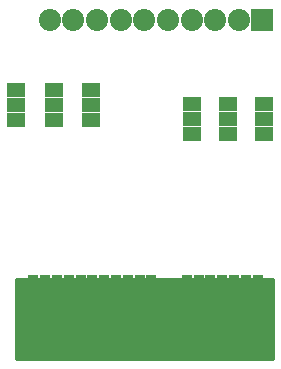
<source format=gbs>
G04 #@! TF.GenerationSoftware,KiCad,Pcbnew,5.0.0-rc2-dev-unknown-2c85de3~62~ubuntu16.04.1*
G04 #@! TF.CreationDate,2018-03-03T01:16:51+03:00*
G04 #@! TF.ProjectId,din_meter_atm90e36,64696E5F6D657465725F61746D393065,rev?*
G04 #@! TF.SameCoordinates,Original*
G04 #@! TF.FileFunction,Soldermask,Bot*
G04 #@! TF.FilePolarity,Negative*
%FSLAX46Y46*%
G04 Gerber Fmt 4.6, Leading zero omitted, Abs format (unit mm)*
G04 Created by KiCad (PCBNEW 5.0.0-rc2-dev-unknown-2c85de3~62~ubuntu16.04.1) date Sat Mar  3 01:16:51 2018*
%MOMM*%
%LPD*%
G01*
G04 APERTURE LIST*
%ADD10R,1.570000X1.270000*%
%ADD11O,0.950000X0.950000*%
%ADD12R,0.950000X4.900000*%
%ADD13R,0.950000X3.900000*%
%ADD14C,1.875000*%
%ADD15R,1.875000X1.875000*%
%ADD16C,0.254000*%
G04 APERTURE END LIST*
D10*
X148988000Y-71033600D03*
X148988000Y-69763600D03*
X148988000Y-68493600D03*
X137268000Y-67253600D03*
X137268000Y-68523600D03*
X137268000Y-69793600D03*
X152036000Y-71033600D03*
X152036000Y-69763600D03*
X152036000Y-68493600D03*
X155072000Y-68493600D03*
X155072000Y-69763600D03*
X155072000Y-71033600D03*
X134042000Y-69793600D03*
X134042000Y-68523600D03*
X134042000Y-67253600D03*
X140417000Y-67253600D03*
X140417000Y-68523600D03*
X140417000Y-69793600D03*
D11*
X136508000Y-87723000D03*
X154508000Y-87723000D03*
X153508000Y-87723000D03*
X148508000Y-87723000D03*
X145508000Y-87723000D03*
X152508000Y-87723000D03*
X149508000Y-87723000D03*
X137508000Y-87723000D03*
X151508000Y-87723000D03*
X150508000Y-87723000D03*
X144508000Y-87723000D03*
X143508000Y-87723000D03*
X142508000Y-87723000D03*
X141508000Y-87723000D03*
X140508000Y-87723000D03*
X139508000Y-87723000D03*
X138508000Y-87723000D03*
D12*
X149508000Y-85423000D03*
X148508000Y-85423000D03*
X154508000Y-85423000D03*
X153508000Y-85423000D03*
X152508000Y-85423000D03*
X151508000Y-85423000D03*
X150508000Y-85423000D03*
X145508000Y-85423000D03*
X144508000Y-85423000D03*
X143508000Y-85423000D03*
X142508000Y-85423000D03*
X141508000Y-85423000D03*
X140508000Y-85423000D03*
X139508000Y-85423000D03*
X138508000Y-85423000D03*
X137508000Y-85423000D03*
X136508000Y-85423000D03*
D13*
X135508000Y-84923000D03*
D14*
X136907000Y-61341000D03*
X138907000Y-61341000D03*
X140907000Y-61341000D03*
X142907000Y-61341000D03*
X144907000Y-61341000D03*
X146907000Y-61341000D03*
X148907000Y-61341000D03*
X150907000Y-61341000D03*
X152907000Y-61341000D03*
D15*
X154907000Y-61341000D03*
D16*
G36*
X155783000Y-90023000D02*
X134037000Y-90023000D01*
X134037000Y-83277000D01*
X155783000Y-83277000D01*
X155783000Y-90023000D01*
X155783000Y-90023000D01*
G37*
X155783000Y-90023000D02*
X134037000Y-90023000D01*
X134037000Y-83277000D01*
X155783000Y-83277000D01*
X155783000Y-90023000D01*
M02*

</source>
